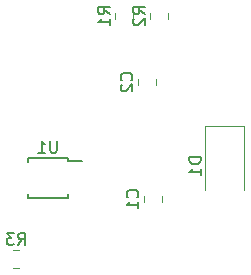
<source format=gbr>
%TF.GenerationSoftware,KiCad,Pcbnew,7.0.5.1-1-g8f565ef7f0-dirty-deb11*%
%TF.CreationDate,2023-07-10T00:36:40+00:00*%
%TF.ProjectId,AMUX01,414d5558-3031-42e6-9b69-6361645f7063,rev?*%
%TF.SameCoordinates,Original*%
%TF.FileFunction,Legend,Bot*%
%TF.FilePolarity,Positive*%
%FSLAX46Y46*%
G04 Gerber Fmt 4.6, Leading zero omitted, Abs format (unit mm)*
G04 Created by KiCad (PCBNEW 7.0.5.1-1-g8f565ef7f0-dirty-deb11) date 2023-07-10 00:36:40*
%MOMM*%
%LPD*%
G01*
G04 APERTURE LIST*
%ADD10C,0.150000*%
%ADD11C,0.120000*%
G04 APERTURE END LIST*
D10*
%TO.C,C1*%
X30429580Y18708667D02*
X30477200Y18756286D01*
X30477200Y18756286D02*
X30524819Y18899143D01*
X30524819Y18899143D02*
X30524819Y18994381D01*
X30524819Y18994381D02*
X30477200Y19137238D01*
X30477200Y19137238D02*
X30381961Y19232476D01*
X30381961Y19232476D02*
X30286723Y19280095D01*
X30286723Y19280095D02*
X30096247Y19327714D01*
X30096247Y19327714D02*
X29953390Y19327714D01*
X29953390Y19327714D02*
X29762914Y19280095D01*
X29762914Y19280095D02*
X29667676Y19232476D01*
X29667676Y19232476D02*
X29572438Y19137238D01*
X29572438Y19137238D02*
X29524819Y18994381D01*
X29524819Y18994381D02*
X29524819Y18899143D01*
X29524819Y18899143D02*
X29572438Y18756286D01*
X29572438Y18756286D02*
X29620057Y18708667D01*
X30524819Y17756286D02*
X30524819Y18327714D01*
X30524819Y18042000D02*
X29524819Y18042000D01*
X29524819Y18042000D02*
X29667676Y18137238D01*
X29667676Y18137238D02*
X29762914Y18232476D01*
X29762914Y18232476D02*
X29810533Y18327714D01*
%TO.C,D1*%
X35800819Y22074095D02*
X34800819Y22074095D01*
X34800819Y22074095D02*
X34800819Y21836000D01*
X34800819Y21836000D02*
X34848438Y21693143D01*
X34848438Y21693143D02*
X34943676Y21597905D01*
X34943676Y21597905D02*
X35038914Y21550286D01*
X35038914Y21550286D02*
X35229390Y21502667D01*
X35229390Y21502667D02*
X35372247Y21502667D01*
X35372247Y21502667D02*
X35562723Y21550286D01*
X35562723Y21550286D02*
X35657961Y21597905D01*
X35657961Y21597905D02*
X35753200Y21693143D01*
X35753200Y21693143D02*
X35800819Y21836000D01*
X35800819Y21836000D02*
X35800819Y22074095D01*
X35800819Y20550286D02*
X35800819Y21121714D01*
X35800819Y20836000D02*
X34800819Y20836000D01*
X34800819Y20836000D02*
X34943676Y20931238D01*
X34943676Y20931238D02*
X35038914Y21026476D01*
X35038914Y21026476D02*
X35086533Y21121714D01*
%TO.C,U1*%
X23621904Y23465181D02*
X23621904Y22655658D01*
X23621904Y22655658D02*
X23574285Y22560420D01*
X23574285Y22560420D02*
X23526666Y22512800D01*
X23526666Y22512800D02*
X23431428Y22465181D01*
X23431428Y22465181D02*
X23240952Y22465181D01*
X23240952Y22465181D02*
X23145714Y22512800D01*
X23145714Y22512800D02*
X23098095Y22560420D01*
X23098095Y22560420D02*
X23050476Y22655658D01*
X23050476Y22655658D02*
X23050476Y23465181D01*
X22050476Y22465181D02*
X22621904Y22465181D01*
X22336190Y22465181D02*
X22336190Y23465181D01*
X22336190Y23465181D02*
X22431428Y23322324D01*
X22431428Y23322324D02*
X22526666Y23227086D01*
X22526666Y23227086D02*
X22621904Y23179467D01*
%TO.C,C2*%
X29921580Y28614667D02*
X29969200Y28662286D01*
X29969200Y28662286D02*
X30016819Y28805143D01*
X30016819Y28805143D02*
X30016819Y28900381D01*
X30016819Y28900381D02*
X29969200Y29043238D01*
X29969200Y29043238D02*
X29873961Y29138476D01*
X29873961Y29138476D02*
X29778723Y29186095D01*
X29778723Y29186095D02*
X29588247Y29233714D01*
X29588247Y29233714D02*
X29445390Y29233714D01*
X29445390Y29233714D02*
X29254914Y29186095D01*
X29254914Y29186095D02*
X29159676Y29138476D01*
X29159676Y29138476D02*
X29064438Y29043238D01*
X29064438Y29043238D02*
X29016819Y28900381D01*
X29016819Y28900381D02*
X29016819Y28805143D01*
X29016819Y28805143D02*
X29064438Y28662286D01*
X29064438Y28662286D02*
X29112057Y28614667D01*
X29112057Y28233714D02*
X29064438Y28186095D01*
X29064438Y28186095D02*
X29016819Y28090857D01*
X29016819Y28090857D02*
X29016819Y27852762D01*
X29016819Y27852762D02*
X29064438Y27757524D01*
X29064438Y27757524D02*
X29112057Y27709905D01*
X29112057Y27709905D02*
X29207295Y27662286D01*
X29207295Y27662286D02*
X29302533Y27662286D01*
X29302533Y27662286D02*
X29445390Y27709905D01*
X29445390Y27709905D02*
X30016819Y28281333D01*
X30016819Y28281333D02*
X30016819Y27662286D01*
%TO.C,R3*%
X20336166Y14657181D02*
X20669499Y15133372D01*
X20907594Y14657181D02*
X20907594Y15657181D01*
X20907594Y15657181D02*
X20526642Y15657181D01*
X20526642Y15657181D02*
X20431404Y15609562D01*
X20431404Y15609562D02*
X20383785Y15561943D01*
X20383785Y15561943D02*
X20336166Y15466705D01*
X20336166Y15466705D02*
X20336166Y15323848D01*
X20336166Y15323848D02*
X20383785Y15228610D01*
X20383785Y15228610D02*
X20431404Y15180991D01*
X20431404Y15180991D02*
X20526642Y15133372D01*
X20526642Y15133372D02*
X20907594Y15133372D01*
X20002832Y15657181D02*
X19383785Y15657181D01*
X19383785Y15657181D02*
X19717118Y15276229D01*
X19717118Y15276229D02*
X19574261Y15276229D01*
X19574261Y15276229D02*
X19479023Y15228610D01*
X19479023Y15228610D02*
X19431404Y15180991D01*
X19431404Y15180991D02*
X19383785Y15085753D01*
X19383785Y15085753D02*
X19383785Y14847658D01*
X19383785Y14847658D02*
X19431404Y14752420D01*
X19431404Y14752420D02*
X19479023Y14704800D01*
X19479023Y14704800D02*
X19574261Y14657181D01*
X19574261Y14657181D02*
X19859975Y14657181D01*
X19859975Y14657181D02*
X19955213Y14704800D01*
X19955213Y14704800D02*
X20002832Y14752420D01*
%TO.C,R1*%
X28112819Y34202667D02*
X27636628Y34536000D01*
X28112819Y34774095D02*
X27112819Y34774095D01*
X27112819Y34774095D02*
X27112819Y34393143D01*
X27112819Y34393143D02*
X27160438Y34297905D01*
X27160438Y34297905D02*
X27208057Y34250286D01*
X27208057Y34250286D02*
X27303295Y34202667D01*
X27303295Y34202667D02*
X27446152Y34202667D01*
X27446152Y34202667D02*
X27541390Y34250286D01*
X27541390Y34250286D02*
X27589009Y34297905D01*
X27589009Y34297905D02*
X27636628Y34393143D01*
X27636628Y34393143D02*
X27636628Y34774095D01*
X28112819Y33250286D02*
X28112819Y33821714D01*
X28112819Y33536000D02*
X27112819Y33536000D01*
X27112819Y33536000D02*
X27255676Y33631238D01*
X27255676Y33631238D02*
X27350914Y33726476D01*
X27350914Y33726476D02*
X27398533Y33821714D01*
%TO.C,R2*%
X31062819Y34202667D02*
X30586628Y34536000D01*
X31062819Y34774095D02*
X30062819Y34774095D01*
X30062819Y34774095D02*
X30062819Y34393143D01*
X30062819Y34393143D02*
X30110438Y34297905D01*
X30110438Y34297905D02*
X30158057Y34250286D01*
X30158057Y34250286D02*
X30253295Y34202667D01*
X30253295Y34202667D02*
X30396152Y34202667D01*
X30396152Y34202667D02*
X30491390Y34250286D01*
X30491390Y34250286D02*
X30539009Y34297905D01*
X30539009Y34297905D02*
X30586628Y34393143D01*
X30586628Y34393143D02*
X30586628Y34774095D01*
X30158057Y33821714D02*
X30110438Y33774095D01*
X30110438Y33774095D02*
X30062819Y33678857D01*
X30062819Y33678857D02*
X30062819Y33440762D01*
X30062819Y33440762D02*
X30110438Y33345524D01*
X30110438Y33345524D02*
X30158057Y33297905D01*
X30158057Y33297905D02*
X30253295Y33250286D01*
X30253295Y33250286D02*
X30348533Y33250286D01*
X30348533Y33250286D02*
X30491390Y33297905D01*
X30491390Y33297905D02*
X31062819Y33869333D01*
X31062819Y33869333D02*
X31062819Y33250286D01*
D11*
%TO.C,C1*%
X32485000Y18803252D02*
X32485000Y18280748D01*
X31015000Y18803252D02*
X31015000Y18280748D01*
%TO.C,D1*%
X36196000Y24736000D02*
X39496000Y24736000D01*
X36196000Y24736000D02*
X36196000Y19336000D01*
X39496000Y24736000D02*
X39496000Y19336000D01*
D10*
%TO.C,U1*%
X24535000Y18645000D02*
X21185000Y18645000D01*
X24535000Y21995000D02*
X24535000Y21770000D01*
X24535000Y21770000D02*
X25760000Y21770000D01*
X21185000Y21995000D02*
X21185000Y21695000D01*
X21185000Y18645000D02*
X21185000Y18945000D01*
X24535000Y21995000D02*
X21185000Y21995000D01*
X24535000Y18645000D02*
X24535000Y18945000D01*
D11*
%TO.C,C2*%
X31977000Y28709252D02*
X31977000Y28186748D01*
X30507000Y28709252D02*
X30507000Y28186748D01*
%TO.C,R3*%
X20396564Y12727000D02*
X19942436Y12727000D01*
X20396564Y14197000D02*
X19942436Y14197000D01*
%TO.C,R1*%
X28573000Y34263064D02*
X28573000Y33808936D01*
X30043000Y34263064D02*
X30043000Y33808936D01*
%TO.C,R2*%
X31523000Y34263064D02*
X31523000Y33808936D01*
X32993000Y34263064D02*
X32993000Y33808936D01*
%TD*%
M02*

</source>
